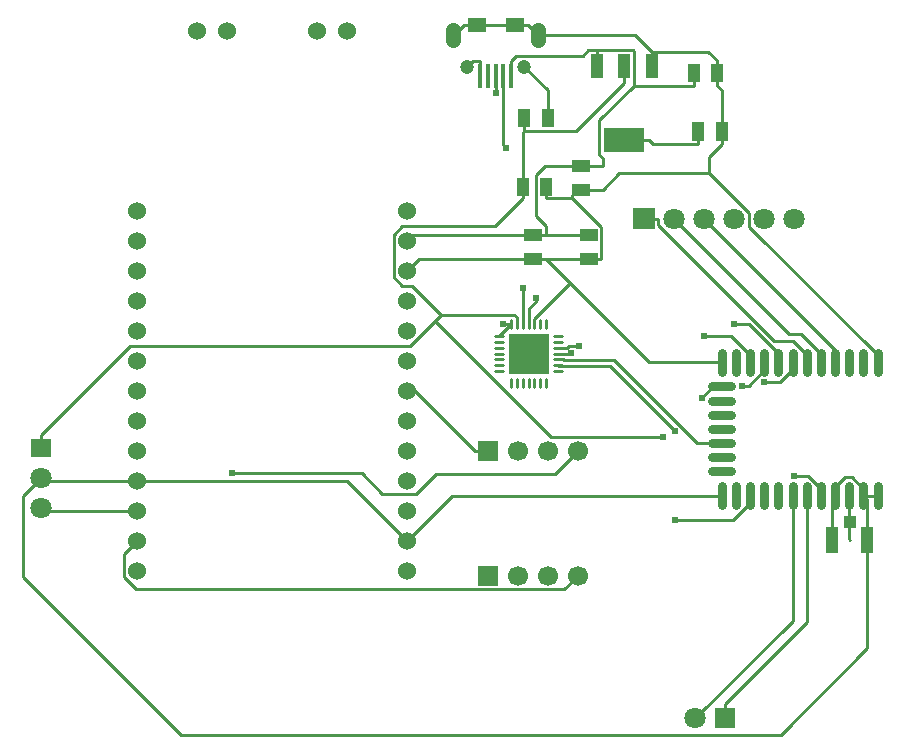
<source format=gtl>
G04 Layer: TopLayer*
G04 EasyEDA v6.4.17, 2021-03-16T21:25:48--4:00*
G04 02908657a6854e8f96d385e85a04b694,7db2125e4611476bb2993bf99425ef50,10*
G04 Gerber Generator version 0.2*
G04 Scale: 100 percent, Rotated: No, Reflected: No *
G04 Dimensions in millimeters *
G04 leading zeros omitted , absolute positions ,4 integer and 5 decimal *
%FSLAX45Y45*%
%MOMM*%

%ADD10C,0.2540*%
%ADD11C,0.2600*%
%ADD12C,0.2800*%
%ADD13C,0.8000*%
%ADD14C,0.6100*%
%ADD15R,1.0000X1.0500*%
%ADD16R,1.0500X2.2000*%
%ADD17R,0.4000X2.0000*%
%ADD18R,1.6000X1.1999*%
%ADD20R,1.0922X2.1590*%
%ADD21R,3.5052X2.1590*%
%ADD22R,3.5000X3.5000*%
%ADD23R,1.5500X1.0000*%
%ADD24C,1.8000*%
%ADD25R,1.8000X1.8000*%
%ADD26R,1.8000X1.5748*%
%ADD27C,1.2000*%
%ADD29C,1.7000*%
%ADD30C,1.5240*%
%ADD31C,1.3000*%

%LPD*%
D10*
X6722719Y-148996D02*
G01*
X6697802Y-173913D01*
X6697802Y-520700D01*
X6962698Y-148996D02*
G01*
X6992797Y-179095D01*
X6992797Y-520700D01*
X6842709Y-148996D02*
G01*
X6842709Y-518109D01*
X6845300Y-520700D01*
X6992797Y-520700D02*
G01*
X6992797Y-1440002D01*
X6261100Y-2171700D01*
X1181100Y-2171700D01*
X-152400Y-838200D01*
X-152400Y-152400D01*
X0Y0D01*
D11*
X3977386Y1304036D02*
G01*
X3914902Y1304036D01*
X4165600Y2055876D02*
G01*
X3148075Y2055876D01*
X3098800Y2006600D01*
X5022850Y3322320D02*
G01*
X5022850Y3614420D01*
X5015229Y3622039D01*
X4710429Y3622039D01*
X4754879Y2640076D02*
G01*
X4754879Y2711450D01*
X4728209Y2738373D01*
X4728209Y3027679D01*
X5022850Y3322320D01*
X5022850Y3322320D02*
G01*
X5526024Y3322320D01*
X3979163Y3403854D02*
G01*
X3979163Y3533139D01*
X4710429Y3484879D02*
G01*
X4710429Y3622037D01*
X4710435Y3622042D01*
X4710429Y3622039D02*
G01*
X4634229Y3622039D01*
X4586986Y3574795D01*
X4020820Y3574795D01*
X3979163Y3533139D01*
X4572000Y2639999D02*
G01*
X4754811Y2639999D01*
X4754885Y2640073D01*
X5526024Y3429000D02*
G01*
X5526024Y3322320D01*
X4572000Y2639999D02*
G01*
X4267634Y2639999D01*
X4191000Y2563365D01*
X4191000Y2216150D01*
X4272285Y2135126D01*
X4272285Y2055873D01*
X3977386Y1304036D02*
G01*
X3878325Y1204976D01*
X3878325Y1204213D01*
X4635500Y2055876D02*
G01*
X4272279Y2055876D01*
X4165600Y2055876D02*
G01*
X4272279Y2055876D01*
X3849115Y3403854D02*
G01*
X3849115Y3256279D01*
X4378197Y1104137D02*
G01*
X4454652Y1104137D01*
X4466336Y1115821D01*
X4553458Y1115821D01*
X812800Y-25400D02*
G01*
X25400Y-25400D01*
X0Y0D01*
X3098800Y-533400D02*
G01*
X2590800Y-25400D01*
X812800Y-25400D01*
X4479797Y1648460D02*
G01*
X4177538Y1346200D01*
X4177538Y1304036D01*
X4479797Y1648460D02*
G01*
X4272279Y1855723D01*
X5762752Y980947D02*
G01*
X5762752Y980947D01*
X5147056Y980947D01*
X4479797Y1648460D01*
X4572000Y2440000D02*
G01*
X4754811Y2440000D01*
X4754885Y2439926D01*
X5658104Y2581910D02*
G01*
X4896865Y2581910D01*
X4754879Y2439923D01*
X7082790Y980947D02*
G01*
X7082790Y1039621D01*
X5994400Y2128012D01*
X5994400Y2245613D01*
X5658104Y2581910D01*
X5658104Y2581910D02*
G01*
X5658104Y2720847D01*
X5764275Y2827020D01*
X5762752Y-149097D02*
G01*
X3483102Y-149097D01*
X3098800Y-533400D01*
X6863588Y9144D02*
G01*
X6807200Y9144D01*
X6722618Y-75184D01*
X6722618Y-149097D01*
X6962647Y-149097D02*
G01*
X6962647Y-90170D01*
X6863588Y9144D01*
X3688588Y3835145D02*
G01*
X3797808Y3835145D01*
X4016502Y3833368D02*
G01*
X3799331Y3833368D01*
X3797808Y3835145D01*
X4071111Y3833368D02*
G01*
X4016502Y3833368D01*
X4071111Y3833368D02*
G01*
X4125722Y3833368D01*
X3688588Y3835145D02*
G01*
X3579368Y3835145D01*
X3486150Y3752342D02*
G01*
X3496563Y3752342D01*
X3579368Y3835145D01*
X4210050Y3752342D02*
G01*
X4206747Y3752342D01*
X4125722Y3833368D01*
X5170170Y3611371D02*
G01*
X5029200Y3752342D01*
X4210050Y3752342D01*
X3719068Y3403854D02*
G01*
X3719068Y3533139D01*
X3605529Y3482339D02*
G01*
X3656329Y3533139D01*
X3719068Y3533139D01*
X5170170Y3611371D02*
G01*
X5650484Y3611371D01*
X5726175Y3535679D01*
X5170170Y3484879D02*
G01*
X5170170Y3611364D01*
X5170164Y3611369D01*
X5726175Y3429000D02*
G01*
X5726175Y3535679D01*
X5764275Y2933700D02*
G01*
X5764275Y2827020D01*
X4594857Y2439926D02*
G01*
X4594783Y2440000D01*
X4572000Y2440000D01*
X4594859Y2439923D02*
G01*
X4541520Y2439923D01*
X4635500Y1855723D02*
G01*
X4272279Y1855723D01*
X4165600Y1855723D02*
G01*
X4272279Y1855723D01*
X6962647Y-149097D02*
G01*
X7082790Y-149097D01*
X4493768Y2369820D02*
G01*
X4742179Y2121407D01*
X4742179Y1855723D01*
X4278375Y2369820D02*
G01*
X4493768Y2369820D01*
X4493768Y2369820D02*
G01*
X4493768Y2392171D01*
X4541520Y2439923D01*
X4635500Y1855723D02*
G01*
X4742179Y1855723D01*
X4291075Y3048000D02*
G01*
X4291075Y3281934D01*
X4090670Y3482339D01*
X4278299Y2463800D02*
G01*
X4278299Y2369896D01*
X4278373Y2369820D01*
X4165600Y1855723D02*
G01*
X3201924Y1855723D01*
X3098800Y1752600D01*
X5726175Y3429000D02*
G01*
X5726175Y3322320D01*
X5764275Y2933700D02*
G01*
X5764275Y3284220D01*
X5726175Y3322320D01*
X6002781Y980947D02*
G01*
X6002781Y1039876D01*
X5842000Y1200657D01*
X5616193Y1200657D01*
X6362700Y980947D02*
G01*
X6362700Y921257D01*
X6255511Y814323D01*
X6121400Y814323D01*
X6242811Y980947D02*
G01*
X6242811Y1054862D01*
X5991859Y1305560D01*
X5867400Y1305560D01*
X6722618Y980947D02*
G01*
X6722618Y1087881D01*
X5613400Y2197100D01*
X5224525Y2197100D02*
G01*
X5224525Y2138679D01*
X6202172Y1161034D01*
X6367272Y1161034D01*
X6482841Y1045718D01*
X6482841Y980947D01*
X5105400Y2197100D02*
G01*
X5224525Y2197100D01*
X5359400Y2197100D02*
G01*
X6335268Y1221231D01*
X6431788Y1221231D01*
X6602729Y1050289D01*
X6602729Y980947D01*
X5933947Y782828D02*
G01*
X5993891Y782828D01*
X6122670Y911605D01*
X6122670Y980947D01*
X4378197Y1054100D02*
G01*
X4489195Y1054100D01*
X4490974Y1056131D01*
X5762752Y775970D02*
G01*
X5690108Y775970D01*
X5593588Y679450D01*
X3335781Y1330960D02*
G01*
X4316729Y350012D01*
X5264150Y350012D01*
X3335781Y1330960D02*
G01*
X3385058Y1380236D01*
X0Y361950D02*
G01*
X755650Y1117600D01*
X3122422Y1117600D01*
X3335781Y1330960D01*
X3385058Y1380236D02*
G01*
X4008374Y1380236D01*
X4027424Y1361186D01*
X4027424Y1304036D01*
X4078300Y2463800D02*
G01*
X4078300Y2369896D01*
X4078226Y2369820D01*
X4078224Y2369820D02*
G01*
X3842258Y2133600D01*
X3057397Y2133600D01*
X2985770Y2061971D01*
X2985770Y1698497D01*
X3058922Y1625600D01*
X3139693Y1625600D01*
X3385058Y1380236D01*
X4090926Y2941320D02*
G01*
X4078300Y2928696D01*
X4078300Y2463800D01*
X0Y254000D02*
G01*
X0Y361950D01*
X4090924Y2941320D02*
G01*
X4532629Y2941320D01*
X4939029Y3347720D01*
X4939029Y3484879D02*
G01*
X4939029Y3347725D01*
X4939035Y3347720D01*
X4090924Y3048000D02*
G01*
X4090924Y2941320D01*
X812800Y-279400D02*
G01*
X25400Y-279400D01*
X0Y-254000D01*
X4939029Y2865120D02*
G01*
X5143500Y2865120D01*
X5143500Y2865120D01*
X5564124Y2933700D02*
G01*
X5564124Y2827020D01*
X5564124Y2827020D02*
G01*
X5181600Y2827020D01*
X5143500Y2865120D01*
X812800Y-533400D02*
G01*
X704595Y-641604D01*
X704595Y-837184D01*
X807973Y-940307D01*
X4431791Y-940307D01*
X4546600Y-825500D01*
X3784600Y228600D02*
G01*
X3670300Y228600D01*
X3098800Y736600D02*
G01*
X3162300Y736600D01*
X3670300Y228600D01*
X1620265Y39623D02*
G01*
X2713990Y39623D01*
X2890520Y-137160D01*
X3173984Y-137160D01*
X3342131Y30987D01*
X4348988Y30987D01*
X4546600Y228600D01*
X6602729Y-149097D02*
G01*
X6602729Y-88900D01*
X6492493Y21336D01*
X6375400Y21336D01*
X5537200Y-2032000D02*
G01*
X6362700Y-1206500D01*
X6362700Y-149097D01*
X5791200Y-2032000D02*
G01*
X5791200Y-1912873D01*
X6482841Y-149097D02*
G01*
X6482841Y-1221231D01*
X5791200Y-1912873D01*
X4378197Y1004062D02*
G01*
X4422393Y1004062D01*
X4430268Y996442D01*
X4851400Y996442D01*
X5551677Y295910D01*
X5762752Y295910D01*
X6002781Y-149097D02*
G01*
X6002781Y-210312D01*
X5858002Y-355092D01*
X5366765Y-355092D01*
X5366765Y396494D02*
G01*
X4815840Y947165D01*
X4385056Y947165D01*
X4378197Y954023D01*
X4191000Y1524000D02*
G01*
X4191000Y1498600D01*
X4127500Y1435100D01*
X4127500Y1303020D01*
D10*
X4077487Y1304112D02*
G01*
X4077487Y1612900D01*
X3937000Y2794000D02*
G01*
X3914140Y2816860D01*
X3914140Y3403904D01*
D12*
X4408512Y1204239D02*
G01*
X4346514Y1204239D01*
X4408512Y1154201D02*
G01*
X4346514Y1154201D01*
X4408512Y1104163D02*
G01*
X4346514Y1104163D01*
X4408512Y1054125D02*
G01*
X4346514Y1054125D01*
X4408512Y1004087D02*
G01*
X4346514Y1004087D01*
X4408512Y954049D02*
G01*
X4346514Y954049D01*
X4408512Y904011D02*
G01*
X4346514Y904011D01*
X4277639Y835111D02*
G01*
X4277639Y773112D01*
X4227601Y835111D02*
G01*
X4227601Y773112D01*
X4177563Y835111D02*
G01*
X4177563Y773112D01*
X4127525Y835111D02*
G01*
X4127525Y773112D01*
X4077487Y835111D02*
G01*
X4077487Y773112D01*
X4027449Y835111D02*
G01*
X4027449Y773112D01*
X3977411Y835111D02*
G01*
X3977411Y773112D01*
X3908513Y904011D02*
G01*
X3846515Y904011D01*
X3908513Y954049D02*
G01*
X3846515Y954049D01*
X3908513Y1004087D02*
G01*
X3846515Y1004087D01*
X3908513Y1054125D02*
G01*
X3846515Y1054125D01*
X3908513Y1104163D02*
G01*
X3846515Y1104163D01*
X3908513Y1154201D02*
G01*
X3846515Y1154201D01*
X3908513Y1204239D02*
G01*
X3846515Y1204239D01*
X3977411Y1335110D02*
G01*
X3977411Y1273111D01*
X4027449Y1335110D02*
G01*
X4027449Y1273111D01*
X4077487Y1335110D02*
G01*
X4077487Y1273111D01*
X4127525Y1335110D02*
G01*
X4127525Y1273111D01*
X4177563Y1335110D02*
G01*
X4177563Y1273111D01*
X4227601Y1335110D02*
G01*
X4227601Y1273111D01*
X4277639Y1335110D02*
G01*
X4277639Y1273111D01*
D13*
X7082713Y-68996D02*
G01*
X7082713Y-228996D01*
X6962698Y-68996D02*
G01*
X6962698Y-228996D01*
X6842709Y-68996D02*
G01*
X6842709Y-228996D01*
X6722719Y-68996D02*
G01*
X6722719Y-228996D01*
X6602704Y-68996D02*
G01*
X6602704Y-228996D01*
X6482715Y-68996D02*
G01*
X6482715Y-228996D01*
X6362700Y-68996D02*
G01*
X6362700Y-228996D01*
X6242710Y-68996D02*
G01*
X6242710Y-228996D01*
X6122720Y-68996D02*
G01*
X6122720Y-228996D01*
X6002705Y-68996D02*
G01*
X6002705Y-228996D01*
X5882716Y-68996D02*
G01*
X5882716Y-228996D01*
X5762701Y-68996D02*
G01*
X5762701Y-228996D01*
X5682701Y56006D02*
G01*
X5842701Y56006D01*
X5682701Y175996D02*
G01*
X5842701Y175996D01*
X5682701Y296011D02*
G01*
X5842701Y296011D01*
X5682701Y416001D02*
G01*
X5842701Y416001D01*
X5682701Y535990D02*
G01*
X5842701Y535990D01*
X5682701Y656005D02*
G01*
X5842701Y656005D01*
X5682701Y775995D02*
G01*
X5842701Y775995D01*
X5762701Y1060998D02*
G01*
X5762701Y900998D01*
X5882716Y1060998D02*
G01*
X5882716Y900998D01*
X6002705Y1060998D02*
G01*
X6002705Y900998D01*
X6122720Y1060998D02*
G01*
X6122720Y900998D01*
X6242710Y1060998D02*
G01*
X6242710Y900998D01*
X6362700Y1060998D02*
G01*
X6362700Y900998D01*
X6482715Y1060998D02*
G01*
X6482715Y900998D01*
X6602704Y1060998D02*
G01*
X6602704Y900998D01*
X6722719Y1060998D02*
G01*
X6722719Y900998D01*
X6842709Y1060998D02*
G01*
X6842709Y900998D01*
X6962698Y1060998D02*
G01*
X6962698Y900998D01*
X7082713Y1060998D02*
G01*
X7082713Y900998D01*
D15*
G01*
X6845300Y-368198D03*
D16*
G01*
X6992797Y-520700D03*
G01*
X6697802Y-520700D03*
D17*
G01*
X3719144Y3403904D03*
G01*
X3784142Y3403904D03*
G01*
X3849141Y3403904D03*
G01*
X3914140Y3403904D03*
G01*
X3979138Y3403904D03*
D18*
G01*
X3688537Y3835095D03*
G01*
X4016400Y3833469D03*
G36*
X5476100Y3506500D02*
G01*
X5576100Y3506500D01*
X5576100Y3351499D01*
X5476100Y3351499D01*
G37*
G36*
X5676099Y3506500D02*
G01*
X5776099Y3506500D01*
X5776099Y3351499D01*
X5676099Y3351499D01*
G37*
D20*
G01*
X5170170Y3484879D03*
G01*
X4939029Y3484879D03*
G01*
X4710429Y3484879D03*
D21*
G01*
X4939029Y2865120D03*
D22*
G01*
X4127525Y1054100D03*
D23*
G01*
X4572000Y2639999D03*
G01*
X4572000Y2440000D03*
G36*
X4041000Y3125500D02*
G01*
X4141000Y3125500D01*
X4141000Y2970499D01*
X4041000Y2970499D01*
G37*
G36*
X4240999Y3125500D02*
G01*
X4340999Y3125500D01*
X4340999Y2970499D01*
X4240999Y2970499D01*
G37*
G36*
X4028300Y2541300D02*
G01*
X4128300Y2541300D01*
X4128300Y2386299D01*
X4028300Y2386299D01*
G37*
G36*
X4228299Y2541300D02*
G01*
X4328299Y2541300D01*
X4328299Y2386299D01*
X4228299Y2386299D01*
G37*
G01*
X4635500Y2055799D03*
G01*
X4635500Y1855800D03*
G01*
X4165600Y2055799D03*
G01*
X4165600Y1855800D03*
G36*
X5514200Y3011200D02*
G01*
X5614200Y3011200D01*
X5614200Y2856199D01*
X5514200Y2856199D01*
G37*
G36*
X5714199Y3011200D02*
G01*
X5814199Y3011200D01*
X5814199Y2856199D01*
X5714199Y2856199D01*
G37*
D24*
G01*
X5537200Y-2032000D03*
D25*
G01*
X5791200Y-2032000D03*
D24*
G01*
X6375400Y2197100D03*
G01*
X6121400Y2197100D03*
G01*
X5867400Y2197100D03*
G01*
X5613400Y2197100D03*
G01*
X5359400Y2197100D03*
G36*
X5015400Y2287099D02*
G01*
X5195399Y2287099D01*
X5195399Y2107100D01*
X5015400Y2107100D01*
G37*
G01*
X0Y-254000D03*
G01*
X0Y0D03*
D26*
G01*
X0Y254000D03*
D27*
G01*
X4090593Y3482365D03*
G01*
X3605606Y3482365D03*
G36*
X3699598Y-740498D02*
G01*
X3869601Y-740498D01*
X3869601Y-910501D01*
X3699598Y-910501D01*
G37*
D29*
G01*
X4038600Y-825500D03*
G01*
X4292600Y-825500D03*
G01*
X4546600Y-825500D03*
G36*
X3699598Y313601D02*
G01*
X3869601Y313601D01*
X3869601Y143598D01*
X3699598Y143598D01*
G37*
G01*
X4038600Y228600D03*
G01*
X4292600Y228600D03*
G01*
X4546600Y228600D03*
D30*
G01*
X3098800Y2260600D03*
G01*
X3098800Y2006600D03*
G01*
X3098800Y1752600D03*
G01*
X3098800Y1498600D03*
G01*
X3098800Y1244600D03*
G01*
X3098800Y990600D03*
G01*
X3098800Y736600D03*
G01*
X3098800Y482600D03*
G01*
X3098800Y228600D03*
G01*
X3098800Y-25400D03*
G01*
X3098800Y-279400D03*
G01*
X3098800Y-533400D03*
G01*
X3098800Y-787400D03*
G01*
X812800Y2260600D03*
G01*
X812800Y2006600D03*
G01*
X812800Y1752600D03*
G01*
X812800Y1498600D03*
G01*
X812800Y1244600D03*
G01*
X812800Y990600D03*
G01*
X812800Y736600D03*
G01*
X812800Y482600D03*
G01*
X812800Y228600D03*
G01*
X812800Y-25400D03*
G01*
X812800Y-279400D03*
G01*
X812800Y-533400D03*
G01*
X812800Y-787400D03*
G01*
X2590800Y3784600D03*
G01*
X2336800Y3784600D03*
G01*
X1574800Y3784600D03*
G01*
X1320800Y3784600D03*
D14*
G01*
X5366765Y-355092D03*
G01*
X5366765Y396494D03*
G01*
X6375400Y21336D03*
G01*
X1620265Y39623D03*
G01*
X5264150Y350012D03*
G01*
X5593588Y679450D03*
G01*
X4490974Y1056131D03*
G01*
X5933947Y782828D03*
G01*
X5867400Y1305560D03*
G01*
X6121400Y814323D03*
G01*
X5616193Y1200657D03*
G01*
X4553458Y1115821D03*
G01*
X3849115Y3256279D03*
G01*
X4191000Y1524000D03*
G01*
X3914902Y1304036D03*
G01*
X4077487Y1612900D03*
G01*
X3937000Y2794000D03*
D31*
X3486150Y3707366D02*
G01*
X3486150Y3797366D01*
X4210050Y3707366D02*
G01*
X4210050Y3797366D01*
M02*

</source>
